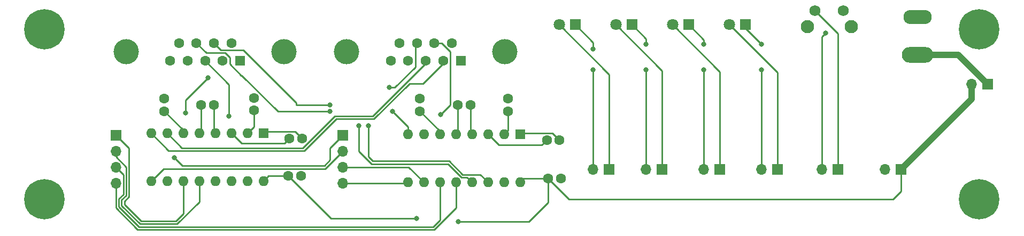
<source format=gtl>
G04 #@! TF.GenerationSoftware,KiCad,Pcbnew,5.1.10*
G04 #@! TF.CreationDate,2021-11-29T20:01:27+01:00*
G04 #@! TF.ProjectId,RoscoFrontPanel,526f7363-6f46-4726-9f6e-7450616e656c,rev?*
G04 #@! TF.SameCoordinates,Original*
G04 #@! TF.FileFunction,Copper,L1,Top*
G04 #@! TF.FilePolarity,Positive*
%FSLAX46Y46*%
G04 Gerber Fmt 4.6, Leading zero omitted, Abs format (unit mm)*
G04 Created by KiCad (PCBNEW 5.1.10) date 2021-11-29 20:01:27*
%MOMM*%
%LPD*%
G01*
G04 APERTURE LIST*
G04 #@! TA.AperFunction,ComponentPad*
%ADD10O,4.500000X2.250000*%
G04 #@! TD*
G04 #@! TA.AperFunction,ComponentPad*
%ADD11O,5.000000X2.500000*%
G04 #@! TD*
G04 #@! TA.AperFunction,ComponentPad*
%ADD12C,4.000000*%
G04 #@! TD*
G04 #@! TA.AperFunction,ComponentPad*
%ADD13C,1.600000*%
G04 #@! TD*
G04 #@! TA.AperFunction,ComponentPad*
%ADD14R,1.600000X1.600000*%
G04 #@! TD*
G04 #@! TA.AperFunction,ComponentPad*
%ADD15C,1.800000*%
G04 #@! TD*
G04 #@! TA.AperFunction,ComponentPad*
%ADD16R,1.800000X1.800000*%
G04 #@! TD*
G04 #@! TA.AperFunction,ComponentPad*
%ADD17C,2.100000*%
G04 #@! TD*
G04 #@! TA.AperFunction,ComponentPad*
%ADD18C,1.750000*%
G04 #@! TD*
G04 #@! TA.AperFunction,ComponentPad*
%ADD19C,6.400000*%
G04 #@! TD*
G04 #@! TA.AperFunction,ComponentPad*
%ADD20O,1.600000X1.600000*%
G04 #@! TD*
G04 #@! TA.AperFunction,ComponentPad*
%ADD21O,1.700000X1.700000*%
G04 #@! TD*
G04 #@! TA.AperFunction,ComponentPad*
%ADD22R,1.700000X1.700000*%
G04 #@! TD*
G04 #@! TA.AperFunction,ViaPad*
%ADD23C,0.800000*%
G04 #@! TD*
G04 #@! TA.AperFunction,Conductor*
%ADD24C,0.250000*%
G04 #@! TD*
G04 #@! TA.AperFunction,Conductor*
%ADD25C,0.254000*%
G04 #@! TD*
G04 #@! TA.AperFunction,Conductor*
%ADD26C,1.000000*%
G04 #@! TD*
G04 APERTURE END LIST*
D10*
X217220800Y-84068400D03*
D11*
X217220800Y-90068400D03*
D12*
X126840000Y-89620000D03*
X151840000Y-89620000D03*
D13*
X135185000Y-88200000D03*
X137955000Y-88200000D03*
X140725000Y-88200000D03*
X143495000Y-88200000D03*
X133800000Y-91040000D03*
X136570000Y-91040000D03*
X139340000Y-91040000D03*
X142110000Y-91040000D03*
D14*
X144880000Y-91040000D03*
D12*
X91920000Y-89610000D03*
X116920000Y-89610000D03*
D13*
X100265000Y-88190000D03*
X103035000Y-88190000D03*
X105805000Y-88190000D03*
X108575000Y-88190000D03*
X98880000Y-91030000D03*
X101650000Y-91030000D03*
X104420000Y-91030000D03*
X107190000Y-91030000D03*
D14*
X109960000Y-91030000D03*
D15*
X187452000Y-85300000D03*
D16*
X189992000Y-85300000D03*
D15*
X178435000Y-85300000D03*
D16*
X180975000Y-85300000D03*
X163000000Y-85300000D03*
D15*
X160460000Y-85300000D03*
D16*
X172000000Y-85300000D03*
D15*
X169460000Y-85300000D03*
D17*
X199750000Y-85580000D03*
D18*
X201000000Y-83090000D03*
X205500000Y-83090000D03*
D17*
X206760000Y-85580000D03*
D19*
X227000000Y-113000000D03*
X227000000Y-86000000D03*
X79000000Y-113000000D03*
X79000000Y-86000000D03*
D20*
X154309000Y-110361000D03*
X136529000Y-102741000D03*
X151769000Y-110361000D03*
X139069000Y-102741000D03*
X149229000Y-110361000D03*
X141609000Y-102741000D03*
X146689000Y-110361000D03*
X144149000Y-102741000D03*
X144149000Y-110361000D03*
X146689000Y-102741000D03*
X141609000Y-110361000D03*
X149229000Y-102741000D03*
X139069000Y-110361000D03*
X151769000Y-102741000D03*
X136529000Y-110361000D03*
D14*
X154309000Y-102741000D03*
D20*
X113639600Y-110185200D03*
X95859600Y-102565200D03*
X111099600Y-110185200D03*
X98399600Y-102565200D03*
X108559600Y-110185200D03*
X100939600Y-102565200D03*
X106019600Y-110185200D03*
X103479600Y-102565200D03*
X103479600Y-110185200D03*
X106019600Y-102565200D03*
X100939600Y-110185200D03*
X108559600Y-102565200D03*
X98399600Y-110185200D03*
X111099600Y-102565200D03*
X95859600Y-110185200D03*
D14*
X113639600Y-102565200D03*
D21*
X126238000Y-110490000D03*
X126238000Y-107950000D03*
X126238000Y-105410000D03*
D22*
X126238000Y-102870000D03*
D21*
X90297000Y-110490000D03*
X90297000Y-107950000D03*
X90297000Y-105410000D03*
D22*
X90297000Y-102870000D03*
D21*
X225806000Y-94742000D03*
D22*
X228346000Y-94742000D03*
D21*
X192532000Y-108331000D03*
D22*
X195072000Y-108331000D03*
D21*
X183388000Y-108331000D03*
D22*
X185928000Y-108331000D03*
D21*
X165862000Y-108331000D03*
D22*
X168402000Y-108331000D03*
D21*
X174244000Y-108331000D03*
D22*
X176784000Y-108331000D03*
D21*
X212090000Y-108331000D03*
D22*
X214630000Y-108331000D03*
D21*
X202057000Y-108331000D03*
D22*
X204597000Y-108331000D03*
D13*
X138430000Y-99028000D03*
X138430000Y-97028000D03*
X152400000Y-97060000D03*
X152400000Y-99060000D03*
X97917000Y-99028000D03*
X97917000Y-97028000D03*
X112141000Y-96933000D03*
X112141000Y-98933000D03*
X144431000Y-98044000D03*
X146431000Y-98044000D03*
X103791000Y-98044000D03*
X105791000Y-98044000D03*
X160750000Y-109728000D03*
X158750000Y-109728000D03*
X119602000Y-109347000D03*
X117602000Y-109347000D03*
X158528000Y-103632000D03*
X160528000Y-103632000D03*
X117761000Y-103378000D03*
X119761000Y-103378000D03*
D23*
X144526000Y-116586000D03*
X137922000Y-116078000D03*
X174244000Y-92456000D03*
X174244000Y-88392000D03*
X165862000Y-92456000D03*
X165862000Y-89154000D03*
X183388000Y-92456000D03*
X183388000Y-88392000D03*
X192532000Y-92456000D03*
X192532000Y-88392000D03*
X202692000Y-86614000D03*
X99568000Y-106426000D03*
X128778000Y-101346000D03*
X124206000Y-99060000D03*
X130302000Y-101346000D03*
X124206000Y-98044000D03*
X108204000Y-99822000D03*
X101346000Y-99314000D03*
X104902000Y-93726000D03*
X134112000Y-99060000D03*
X133604000Y-95250000D03*
X141732000Y-99568000D03*
D24*
X110172399Y-104177999D02*
X108559600Y-102565200D01*
X116961001Y-104177999D02*
X110172399Y-104177999D01*
X117761000Y-103378000D02*
X116961001Y-104177999D01*
X113951801Y-102252999D02*
X113639600Y-102565200D01*
X118635999Y-102252999D02*
X113951801Y-102252999D01*
X119761000Y-103378000D02*
X118635999Y-102252999D01*
X150919999Y-104431999D02*
X149229000Y-102741000D01*
X157728001Y-104431999D02*
X150919999Y-104431999D01*
X158528000Y-103632000D02*
X157728001Y-104431999D01*
X154543001Y-102506999D02*
X154309000Y-102741000D01*
X159402999Y-102506999D02*
X154543001Y-102506999D01*
X160528000Y-103632000D02*
X159402999Y-102506999D01*
X114477800Y-109347000D02*
X113639600Y-110185200D01*
X117602000Y-109347000D02*
X114477800Y-109347000D01*
X154942000Y-109728000D02*
X154309000Y-110361000D01*
X158750000Y-109728000D02*
X154942000Y-109728000D01*
D25*
X158750000Y-109728000D02*
X158750000Y-113538000D01*
X158750000Y-113538000D02*
X155702000Y-116586000D01*
X155702000Y-116586000D02*
X144526000Y-116586000D01*
X144526000Y-116586000D02*
X144526000Y-116586000D01*
X124333000Y-116078000D02*
X117602000Y-109347000D01*
X137922000Y-116078000D02*
X124333000Y-116078000D01*
D26*
X225806000Y-97155000D02*
X214630000Y-108331000D01*
X225806000Y-94742000D02*
X225806000Y-97155000D01*
D25*
X214630000Y-108331000D02*
X214630000Y-111760000D01*
X214630000Y-111760000D02*
X213360000Y-113030000D01*
X162052000Y-113030000D02*
X158750000Y-109728000D01*
X213360000Y-113030000D02*
X162052000Y-113030000D01*
D24*
X103791000Y-102253800D02*
X103479600Y-102565200D01*
X103791000Y-98044000D02*
X103791000Y-102253800D01*
X105791000Y-102336600D02*
X106019600Y-102565200D01*
X105791000Y-98044000D02*
X105791000Y-102336600D01*
X144431000Y-102459000D02*
X144149000Y-102741000D01*
X144431000Y-98044000D02*
X144431000Y-102459000D01*
X146431000Y-102483000D02*
X146689000Y-102741000D01*
X146431000Y-98044000D02*
X146431000Y-102483000D01*
X112141000Y-101523800D02*
X111099600Y-102565200D01*
X112141000Y-98933000D02*
X112141000Y-101523800D01*
X100939600Y-102050600D02*
X100939600Y-102565200D01*
X97917000Y-99028000D02*
X100939600Y-102050600D01*
X152400000Y-102110000D02*
X151769000Y-102741000D01*
X152400000Y-99060000D02*
X152400000Y-102110000D01*
X141609000Y-102207000D02*
X141609000Y-102741000D01*
X138430000Y-99028000D02*
X141609000Y-102207000D01*
X176784000Y-92624000D02*
X169460000Y-85300000D01*
X176784000Y-108331000D02*
X176784000Y-92624000D01*
X174244000Y-108331000D02*
X174244000Y-92456000D01*
X174244000Y-92456000D02*
X174244000Y-92456000D01*
X174244000Y-87544000D02*
X172000000Y-85300000D01*
X174244000Y-88392000D02*
X174244000Y-87544000D01*
X168402000Y-93242000D02*
X160460000Y-85300000D01*
X168402000Y-108331000D02*
X168402000Y-93242000D01*
X165862000Y-108331000D02*
X165862000Y-92456000D01*
X165862000Y-92456000D02*
X165862000Y-92456000D01*
X165862000Y-88162000D02*
X163000000Y-85300000D01*
X165862000Y-89154000D02*
X165862000Y-88162000D01*
X185928000Y-92793000D02*
X178435000Y-85300000D01*
X185928000Y-108331000D02*
X185928000Y-92793000D01*
X183388000Y-108331000D02*
X183388000Y-92456000D01*
X183388000Y-92456000D02*
X183388000Y-92456000D01*
X183388000Y-87713000D02*
X180975000Y-85300000D01*
X183388000Y-88392000D02*
X183388000Y-87713000D01*
X195072000Y-92920000D02*
X187452000Y-85300000D01*
X195072000Y-108331000D02*
X195072000Y-92920000D01*
X192532000Y-108331000D02*
X192532000Y-92456000D01*
X192532000Y-92456000D02*
X192532000Y-92456000D01*
X189992000Y-85852000D02*
X192532000Y-88392000D01*
X189992000Y-85300000D02*
X189992000Y-85852000D01*
D25*
X202057000Y-108331000D02*
X202057000Y-87249000D01*
X202057000Y-87249000D02*
X202692000Y-86614000D01*
X202692000Y-86614000D02*
X202692000Y-86614000D01*
X204597000Y-86687000D02*
X201000000Y-83090000D01*
X204597000Y-108331000D02*
X204597000Y-86687000D01*
D26*
X223672400Y-90068400D02*
X228346000Y-94742000D01*
X217220800Y-90068400D02*
X223672400Y-90068400D01*
D24*
X90297000Y-110490000D02*
X90297000Y-114427000D01*
X90297000Y-114427000D02*
X93726000Y-117856000D01*
X93726000Y-117856000D02*
X140716000Y-117856000D01*
X144149000Y-114423000D02*
X144149000Y-110361000D01*
X140716000Y-117856000D02*
X144149000Y-114423000D01*
X91472001Y-112235999D02*
X90747010Y-112960990D01*
X91472001Y-109125001D02*
X91472001Y-112235999D01*
X90297000Y-107950000D02*
X91472001Y-109125001D01*
X90747010Y-112960990D02*
X90747010Y-114240600D01*
X90747010Y-114240600D02*
X93912400Y-117405990D01*
X93912400Y-117405990D02*
X140529600Y-117405990D01*
X141609000Y-116326590D02*
X141609000Y-110361000D01*
X140529600Y-117405990D02*
X141609000Y-116326590D01*
X99960020Y-116955980D02*
X103479600Y-113436400D01*
X94098800Y-116955980D02*
X99960020Y-116955980D01*
X103479600Y-113436400D02*
X103479600Y-110185200D01*
X91197020Y-114054200D02*
X94098800Y-116955980D01*
X91197020Y-113147390D02*
X91197020Y-114054200D01*
X91922011Y-112422399D02*
X91197020Y-113147390D01*
X91922011Y-107912613D02*
X91922011Y-112422399D01*
X90297000Y-106287602D02*
X91922011Y-107912613D01*
X90297000Y-105410000D02*
X90297000Y-106287602D01*
X92372020Y-112608800D02*
X91647030Y-113333790D01*
X92372021Y-104945021D02*
X92372020Y-112608800D01*
X90297000Y-102870000D02*
X92372021Y-104945021D01*
X91647030Y-113333790D02*
X91647030Y-113867800D01*
X91647030Y-113867800D02*
X94285200Y-116505970D01*
X94285200Y-116505970D02*
X99773620Y-116505970D01*
X100939600Y-115339990D02*
X100939600Y-110185200D01*
X99773620Y-116505970D02*
X100939600Y-115339990D01*
X136400000Y-110490000D02*
X136529000Y-110361000D01*
X126238000Y-110490000D02*
X136400000Y-110490000D01*
X136658000Y-107950000D02*
X139069000Y-110361000D01*
X126238000Y-107950000D02*
X136658000Y-107950000D01*
X126238000Y-105410000D02*
X123444000Y-108204000D01*
X97840800Y-108204000D02*
X95859600Y-110185200D01*
X123444000Y-108204000D02*
X97840800Y-108204000D01*
X126238000Y-102870000D02*
X124206000Y-104902000D01*
X124206000Y-104902000D02*
X124206000Y-106805590D01*
X124206000Y-106805590D02*
X123315590Y-107696000D01*
X123315590Y-107696000D02*
X104394000Y-107696000D01*
X104394000Y-107696000D02*
X100838000Y-107696000D01*
X100838000Y-107696000D02*
X99568000Y-106426000D01*
X99568000Y-106426000D02*
X99568000Y-106426000D01*
X145014003Y-109561001D02*
X142895002Y-107442000D01*
X145889001Y-109561001D02*
X145014003Y-109561001D01*
X146689000Y-110361000D02*
X145889001Y-109561001D01*
X142895002Y-107442000D02*
X130810000Y-107442000D01*
X130810000Y-107442000D02*
X128778000Y-105410000D01*
X128778000Y-105410000D02*
X128778000Y-101346000D01*
X128778000Y-101346000D02*
X128778000Y-101346000D01*
X115933002Y-99060000D02*
X110236000Y-93362998D01*
X124206000Y-99060000D02*
X115933002Y-99060000D01*
X104610011Y-89765011D02*
X103035000Y-88190000D01*
X107590013Y-89765011D02*
X104610011Y-89765011D01*
X108315001Y-90489999D02*
X107590013Y-89765011D01*
X108315001Y-91570001D02*
X108315001Y-90489999D01*
X110107996Y-93362998D02*
X108315001Y-91570001D01*
X110236000Y-93362998D02*
X110107996Y-93362998D01*
X149229000Y-110361000D02*
X147978991Y-109110991D01*
X145200403Y-109110991D02*
X143023412Y-106934000D01*
X147978991Y-109110991D02*
X145200403Y-109110991D01*
X143023412Y-106934000D02*
X130938410Y-106934000D01*
X130938410Y-106934000D02*
X130302000Y-106297590D01*
X130302000Y-106297590D02*
X130302000Y-101346000D01*
X130302000Y-101346000D02*
X130302000Y-101346000D01*
X124206000Y-98044000D02*
X118814402Y-98044000D01*
X106930001Y-89315001D02*
X105805000Y-88190000D01*
X110430003Y-89315001D02*
X106930001Y-89315001D01*
X118814402Y-97699400D02*
X110430003Y-89315001D01*
X118814402Y-98044000D02*
X118814402Y-97699400D01*
X108204000Y-94814000D02*
X104420000Y-91030000D01*
X108204000Y-99822000D02*
X108204000Y-94814000D01*
X101346000Y-99314000D02*
X101346000Y-97282000D01*
X101346000Y-97282000D02*
X104902000Y-93726000D01*
X104902000Y-93726000D02*
X104902000Y-93726000D01*
X136529000Y-102741000D02*
X136529000Y-101477000D01*
X136529000Y-101477000D02*
X134112000Y-99060000D01*
X134112000Y-99060000D02*
X134112000Y-99060000D01*
X137771998Y-88600000D02*
X137982000Y-88600000D01*
X137695001Y-88459999D02*
X137955000Y-88200000D01*
X137695001Y-92007001D02*
X137695001Y-88459999D01*
X134452002Y-95250000D02*
X137695001Y-92007001D01*
X133604000Y-95250000D02*
X134452002Y-95250000D01*
X140962002Y-88600000D02*
X140752000Y-88600000D01*
X141856370Y-88200000D02*
X140725000Y-88200000D01*
X143235001Y-89578631D02*
X141856370Y-88200000D01*
X143235001Y-98064999D02*
X143235001Y-89578631D01*
X141732000Y-99568000D02*
X143235001Y-98064999D01*
X98399600Y-102565200D02*
X100736400Y-104902000D01*
X119902002Y-104902000D02*
X124968000Y-99836002D01*
X100736400Y-104902000D02*
X119902002Y-104902000D01*
X124968000Y-99836002D02*
X129779998Y-99836002D01*
X129779998Y-99836002D02*
X129794000Y-99822000D01*
X130985000Y-99822000D02*
X139367000Y-91440000D01*
X129794000Y-99822000D02*
X130985000Y-99822000D01*
X136803705Y-94639705D02*
X138937295Y-94639705D01*
X125154400Y-100286012D02*
X131157398Y-100286012D01*
X138937295Y-94639705D02*
X142137000Y-91440000D01*
X120088403Y-105352009D02*
X125154400Y-100286012D01*
X131157398Y-100286012D02*
X136803705Y-94639705D01*
X98646410Y-105352010D02*
X120088403Y-105352009D01*
X95859600Y-102565200D02*
X98646410Y-105352010D01*
M02*

</source>
